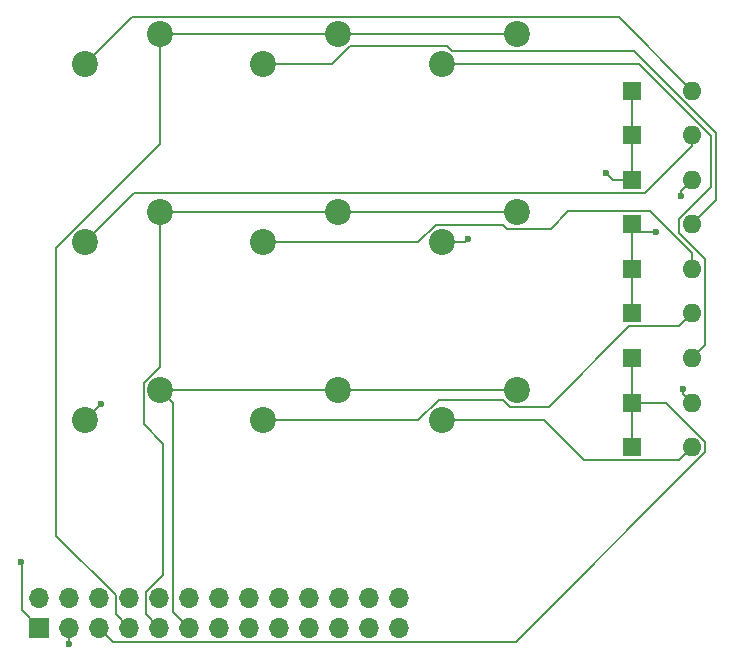
<source format=gtl>
%TF.GenerationSoftware,KiCad,Pcbnew,8.0.5*%
%TF.CreationDate,2025-07-15T13:21:22-04:00*%
%TF.ProjectId,macropad,6d616372-6f70-4616-942e-6b696361645f,rev?*%
%TF.SameCoordinates,Original*%
%TF.FileFunction,Copper,L1,Top*%
%TF.FilePolarity,Positive*%
%FSLAX46Y46*%
G04 Gerber Fmt 4.6, Leading zero omitted, Abs format (unit mm)*
G04 Created by KiCad (PCBNEW 8.0.5) date 2025-07-15 13:21:22*
%MOMM*%
%LPD*%
G01*
G04 APERTURE LIST*
%TA.AperFunction,ComponentPad*%
%ADD10C,2.200000*%
%TD*%
%TA.AperFunction,ComponentPad*%
%ADD11R,1.600000X1.600000*%
%TD*%
%TA.AperFunction,ComponentPad*%
%ADD12O,1.600000X1.600000*%
%TD*%
%TA.AperFunction,ComponentPad*%
%ADD13R,1.700000X1.700000*%
%TD*%
%TA.AperFunction,ComponentPad*%
%ADD14O,1.700000X1.700000*%
%TD*%
%TA.AperFunction,ViaPad*%
%ADD15C,0.600000*%
%TD*%
%TA.AperFunction,Conductor*%
%ADD16C,0.200000*%
%TD*%
G04 APERTURE END LIST*
D10*
%TO.P,K6,1*%
%TO.N,/col 2*%
X146460000Y-89760000D03*
%TO.P,K6,2*%
%TO.N,Net-(D6-A)*%
X140110000Y-92300000D03*
%TD*%
%TO.P,K2,1*%
%TO.N,/col 1*%
X131370000Y-74670000D03*
%TO.P,K2,2*%
%TO.N,Net-(D2-A)*%
X125020000Y-77210000D03*
%TD*%
D11*
%TO.P,D8,1,K*%
%TO.N,/row 2*%
X171315686Y-90805484D03*
D12*
%TO.P,D8,2,A*%
%TO.N,Net-(D8-A)*%
X176395686Y-90805484D03*
%TD*%
D10*
%TO.P,K3,1*%
%TO.N,/col 2*%
X131370000Y-89760000D03*
%TO.P,K3,2*%
%TO.N,Net-(D3-A)*%
X125020000Y-92300000D03*
%TD*%
D11*
%TO.P,D5,1,K*%
%TO.N,/row 1*%
X171315686Y-79487258D03*
D12*
%TO.P,D5,2,A*%
%TO.N,Net-(D5-A)*%
X176395686Y-79487258D03*
%TD*%
D11*
%TO.P,D3,1,K*%
%TO.N,/row0*%
X171315686Y-71941774D03*
D12*
%TO.P,D3,2,A*%
%TO.N,Net-(D3-A)*%
X176395686Y-71941774D03*
%TD*%
D10*
%TO.P,K7,1*%
%TO.N,/col 0*%
X161550000Y-59580000D03*
%TO.P,K7,2*%
%TO.N,Net-(D7-A)*%
X155200000Y-62120000D03*
%TD*%
D11*
%TO.P,D7,1,K*%
%TO.N,/row 2*%
X171315686Y-87032742D03*
D12*
%TO.P,D7,2,A*%
%TO.N,Net-(D7-A)*%
X176395686Y-87032742D03*
%TD*%
D11*
%TO.P,D9,1,K*%
%TO.N,/row 2*%
X171315686Y-94578226D03*
D12*
%TO.P,D9,2,A*%
%TO.N,Net-(D9-A)*%
X176395686Y-94578226D03*
%TD*%
D10*
%TO.P,K9,1*%
%TO.N,/col 2*%
X161550000Y-89760000D03*
%TO.P,K9,2*%
%TO.N,Net-(D9-A)*%
X155200000Y-92300000D03*
%TD*%
D11*
%TO.P,D1,1,K*%
%TO.N,/row0*%
X171315686Y-64396290D03*
D12*
%TO.P,D1,2,A*%
%TO.N,Net-(D1-A)*%
X176395686Y-64396290D03*
%TD*%
D11*
%TO.P,D2,1,K*%
%TO.N,/row0*%
X171315686Y-68169032D03*
D12*
%TO.P,D2,2,A*%
%TO.N,Net-(D2-A)*%
X176395686Y-68169032D03*
%TD*%
D11*
%TO.P,D4,1,K*%
%TO.N,/row 1*%
X171315686Y-75714516D03*
D12*
%TO.P,D4,2,A*%
%TO.N,Net-(D4-A)*%
X176395686Y-75714516D03*
%TD*%
D10*
%TO.P,K8,1*%
%TO.N,/col 1*%
X161550000Y-74670000D03*
%TO.P,K8,2*%
%TO.N,Net-(D8-A)*%
X155200000Y-77210000D03*
%TD*%
%TO.P,K4,1*%
%TO.N,/col 0*%
X146460000Y-59580000D03*
%TO.P,K4,2*%
%TO.N,Net-(D4-A)*%
X140110000Y-62120000D03*
%TD*%
D13*
%TO.P,J1,1,Pin_1*%
%TO.N,/row0*%
X121130000Y-109900000D03*
D14*
%TO.P,J1,2,Pin_2*%
%TO.N,GND*%
X121130000Y-107360000D03*
%TO.P,J1,3,Pin_3*%
%TO.N,/row 1*%
X123670000Y-109900000D03*
%TO.P,J1,4,Pin_4*%
%TO.N,unconnected-(J1-Pin_4-Pad4)*%
X123670000Y-107360000D03*
%TO.P,J1,5,Pin_5*%
%TO.N,/row 2*%
X126210000Y-109900000D03*
%TO.P,J1,6,Pin_6*%
%TO.N,unconnected-(J1-Pin_6-Pad6)*%
X126210000Y-107360000D03*
%TO.P,J1,7,Pin_7*%
%TO.N,/col 0*%
X128750000Y-109900000D03*
%TO.P,J1,8,Pin_8*%
%TO.N,unconnected-(J1-Pin_8-Pad8)*%
X128750000Y-107360000D03*
%TO.P,J1,9,Pin_9*%
%TO.N,/col 1*%
X131290000Y-109900000D03*
%TO.P,J1,10,Pin_10*%
%TO.N,Net-(J1-Pin_10)*%
X131290000Y-107360000D03*
%TO.P,J1,11,Pin_11*%
%TO.N,/col 2*%
X133830000Y-109900000D03*
%TO.P,J1,12,Pin_12*%
%TO.N,unconnected-(J1-Pin_12-Pad12)*%
X133830000Y-107360000D03*
%TO.P,J1,13,Pin_13*%
%TO.N,unconnected-(J1-Pin_13-Pad13)*%
X136370000Y-109900000D03*
%TO.P,J1,14*%
%TO.N,N/C*%
X136370000Y-107360000D03*
%TO.P,J1,15*%
X138910000Y-109900000D03*
%TO.P,J1,16*%
X138910000Y-107360000D03*
%TO.P,J1,17*%
X141450000Y-109900000D03*
%TO.P,J1,18*%
X141450000Y-107360000D03*
%TO.P,J1,19*%
X143990000Y-109900000D03*
%TO.P,J1,20*%
X143990000Y-107360000D03*
%TO.P,J1,21*%
X146530000Y-109900000D03*
%TO.P,J1,22*%
X146530000Y-107360000D03*
%TO.P,J1,23*%
X149070000Y-109900000D03*
%TO.P,J1,24*%
X149070000Y-107360000D03*
%TO.P,J1,25*%
X151610000Y-109900000D03*
%TO.P,J1,26*%
X151610000Y-107360000D03*
%TD*%
D10*
%TO.P,K5,1*%
%TO.N,/col 1*%
X146460000Y-74670000D03*
%TO.P,K5,2*%
%TO.N,Net-(D5-A)*%
X140110000Y-77210000D03*
%TD*%
%TO.P,K1,1*%
%TO.N,/col 0*%
X131370000Y-59580000D03*
%TO.P,K1,2*%
%TO.N,Net-(D1-A)*%
X125020000Y-62120000D03*
%TD*%
D11*
%TO.P,D6,1,K*%
%TO.N,/row 1*%
X171315686Y-83260000D03*
D12*
%TO.P,D6,2,A*%
%TO.N,Net-(D6-A)*%
X176395686Y-83260000D03*
%TD*%
D15*
%TO.N,/row0*%
X169120000Y-71380000D03*
X119590000Y-104300000D03*
%TO.N,Net-(D3-A)*%
X126360000Y-90900000D03*
X175480000Y-73340000D03*
%TO.N,/row 1*%
X123680000Y-111220000D03*
X173360000Y-76360000D03*
%TO.N,Net-(D8-A)*%
X175650000Y-89650000D03*
X157400000Y-76960000D03*
%TD*%
D16*
%TO.N,/row0*%
X121130000Y-109900000D02*
X119630000Y-108400000D01*
X171315686Y-68169032D02*
X171315686Y-71941774D01*
X169681774Y-71941774D02*
X169120000Y-71380000D01*
X119630000Y-104340000D02*
X119590000Y-104300000D01*
X171315686Y-71941774D02*
X169681774Y-71941774D01*
X171315686Y-64396290D02*
X171315686Y-68169032D01*
X119630000Y-108400000D02*
X119630000Y-104340000D01*
%TO.N,Net-(D1-A)*%
X128960000Y-58180000D02*
X170179396Y-58180000D01*
X170179396Y-58180000D02*
X176395686Y-64396290D01*
X125020000Y-62120000D02*
X128960000Y-58180000D01*
%TO.N,Net-(D2-A)*%
X172415686Y-73041774D02*
X176395686Y-69061774D01*
X129188226Y-73041774D02*
X172415686Y-73041774D01*
X125020000Y-77210000D02*
X129188226Y-73041774D01*
X176395686Y-69061774D02*
X176395686Y-68169032D01*
%TO.N,Net-(D3-A)*%
X175480000Y-72857460D02*
X175480000Y-73340000D01*
X176395686Y-71941774D02*
X175480000Y-72857460D01*
X126360000Y-90960000D02*
X126360000Y-90900000D01*
X125020000Y-92300000D02*
X126360000Y-90960000D01*
%TO.N,Net-(D4-A)*%
X156089899Y-61030000D02*
X171473761Y-61030000D01*
X178440000Y-67996239D02*
X178440000Y-73670202D01*
X140110000Y-62120000D02*
X145899899Y-62120000D01*
X178440000Y-73670202D02*
X176395686Y-75714516D01*
X145899899Y-62120000D02*
X147434949Y-60584950D01*
X147434949Y-60584950D02*
X155644849Y-60584950D01*
X171473761Y-61030000D02*
X178440000Y-67996239D01*
X155644849Y-60584950D02*
X156089899Y-61030000D01*
%TO.N,/row 1*%
X171315686Y-83260000D02*
X171315686Y-79487258D01*
X123670000Y-111210000D02*
X123680000Y-111220000D01*
X171315686Y-75714516D02*
X171315686Y-79487258D01*
X171961170Y-76360000D02*
X171315686Y-75714516D01*
X123670000Y-109900000D02*
X123670000Y-111210000D01*
X173360000Y-76360000D02*
X171961170Y-76360000D01*
%TO.N,Net-(D5-A)*%
X165875484Y-74614516D02*
X172854516Y-74614516D01*
X176395686Y-78155686D02*
X176395686Y-79487258D01*
X164420000Y-76070000D02*
X165875484Y-74614516D01*
X160370000Y-75740000D02*
X160700000Y-76070000D01*
X140110000Y-77210000D02*
X153220101Y-77210000D01*
X172854516Y-74614516D02*
X176395686Y-78155686D01*
X154690101Y-75740000D02*
X160370000Y-75740000D01*
X153220101Y-77210000D02*
X154690101Y-75740000D01*
X160700000Y-76070000D02*
X164420000Y-76070000D01*
%TO.N,Net-(D6-A)*%
X175295686Y-84360000D02*
X176395686Y-83260000D01*
X164280000Y-91160000D02*
X171080000Y-84360000D01*
X160970101Y-91160000D02*
X164280000Y-91160000D01*
X154960101Y-90560000D02*
X160370101Y-90560000D01*
X140110000Y-92300000D02*
X153220101Y-92300000D01*
X160370101Y-90560000D02*
X160970101Y-91160000D01*
X171080000Y-84360000D02*
X175295686Y-84360000D01*
X153220101Y-92300000D02*
X154960101Y-90560000D01*
%TO.N,Net-(D7-A)*%
X177495686Y-78690000D02*
X177495686Y-85932742D01*
X177495686Y-85932742D02*
X176395686Y-87032742D01*
X178040000Y-68257711D02*
X178040000Y-72514567D01*
X171902289Y-62120000D02*
X178040000Y-68257711D01*
X175295686Y-75258881D02*
X175295686Y-76490000D01*
X175295686Y-76490000D02*
X177495686Y-78690000D01*
X178040000Y-72514567D02*
X175295686Y-75258881D01*
X155200000Y-62120000D02*
X171902289Y-62120000D01*
%TO.N,/row 2*%
X177520000Y-95009547D02*
X177520000Y-94146905D01*
X171315686Y-87032742D02*
X171315686Y-90805484D01*
X177520000Y-94146905D02*
X174178579Y-90805484D01*
X161479547Y-111050000D02*
X177520000Y-95009547D01*
X126210000Y-109900000D02*
X127360000Y-111050000D01*
X171315686Y-90805484D02*
X171315686Y-94578226D01*
X127360000Y-111050000D02*
X161479547Y-111050000D01*
X174178579Y-90805484D02*
X171315686Y-90805484D01*
%TO.N,Net-(D8-A)*%
X155200000Y-77210000D02*
X157150000Y-77210000D01*
X175650000Y-90059798D02*
X175650000Y-89650000D01*
X157150000Y-77210000D02*
X157400000Y-76960000D01*
X176395686Y-90805484D02*
X175650000Y-90059798D01*
%TO.N,Net-(D9-A)*%
X163848428Y-92300000D02*
X167226654Y-95678226D01*
X167226654Y-95678226D02*
X175295686Y-95678226D01*
X175295686Y-95678226D02*
X176395686Y-94578226D01*
X155200000Y-92300000D02*
X163848428Y-92300000D01*
%TO.N,/col 0*%
X131370000Y-59580000D02*
X146460000Y-59580000D01*
X146460000Y-59580000D02*
X161550000Y-59580000D01*
X131370000Y-68880101D02*
X122550000Y-77700101D01*
X127600000Y-107123654D02*
X127600000Y-108750000D01*
X122550000Y-77700101D02*
X122550000Y-102073654D01*
X122550000Y-102073654D02*
X127600000Y-107123654D01*
X127600000Y-108750000D02*
X128750000Y-109900000D01*
X131370000Y-59580000D02*
X131370000Y-68880101D01*
%TO.N,/col 1*%
X161550000Y-74670000D02*
X146460000Y-74670000D01*
X129970000Y-89180101D02*
X129970000Y-92656598D01*
X129970000Y-92656598D02*
X131600000Y-94286598D01*
X130140000Y-106883654D02*
X130140000Y-108750000D01*
X146460000Y-74670000D02*
X130840000Y-74670000D01*
X131370000Y-87780101D02*
X129970000Y-89180101D01*
X131600000Y-105423654D02*
X130140000Y-106883654D01*
X131370000Y-74670000D02*
X131370000Y-87780101D01*
X131600000Y-94286598D02*
X131600000Y-105423654D01*
X130140000Y-108750000D02*
X131290000Y-109900000D01*
%TO.N,/col 2*%
X146460000Y-89760000D02*
X161550000Y-89760000D01*
X132469999Y-90859999D02*
X132469999Y-108539999D01*
X131370000Y-89760000D02*
X146460000Y-89760000D01*
X132469999Y-108539999D02*
X133830000Y-109900000D01*
X131370000Y-89760000D02*
X132469999Y-90859999D01*
%TD*%
M02*

</source>
